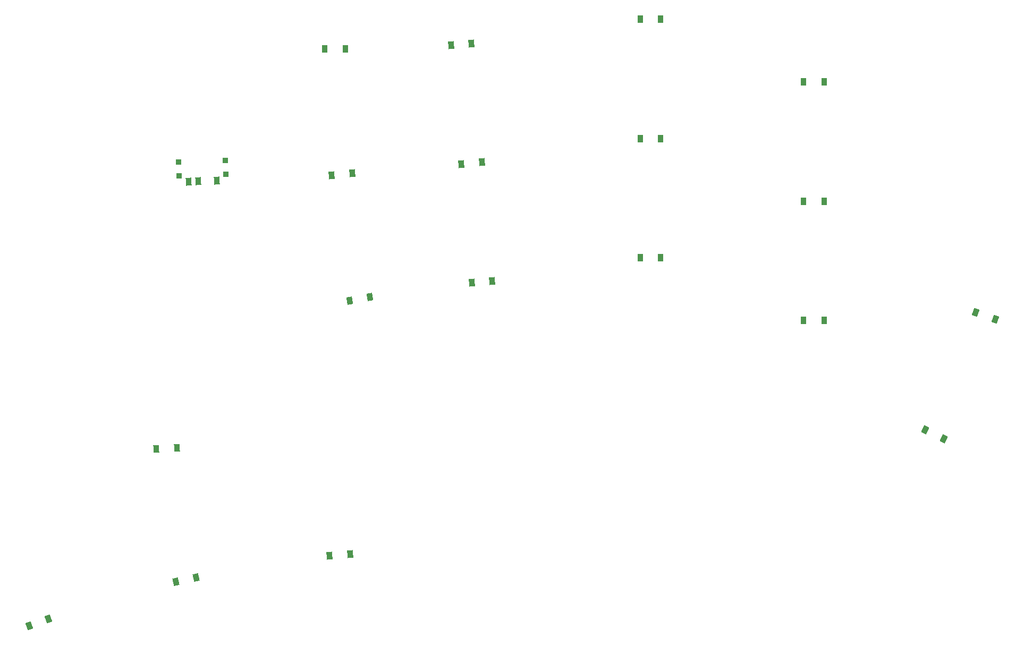
<source format=gbr>
%TF.GenerationSoftware,KiCad,Pcbnew,8.0.6*%
%TF.CreationDate,2025-01-06T03:58:56-07:00*%
%TF.ProjectId,right_circuit,72696768-745f-4636-9972-637569742e6b,v1.0.0*%
%TF.SameCoordinates,Original*%
%TF.FileFunction,Paste,Top*%
%TF.FilePolarity,Positive*%
%FSLAX46Y46*%
G04 Gerber Fmt 4.6, Leading zero omitted, Abs format (unit mm)*
G04 Created by KiCad (PCBNEW 8.0.6) date 2025-01-06 03:58:56*
%MOMM*%
%LPD*%
G01*
G04 APERTURE LIST*
G04 Aperture macros list*
%AMRotRect*
0 Rectangle, with rotation*
0 The origin of the aperture is its center*
0 $1 length*
0 $2 width*
0 $3 Rotation angle, in degrees counterclockwise*
0 Add horizontal line*
21,1,$1,$2,0,0,$3*%
G04 Aperture macros list end*
%ADD10RotRect,0.900000X0.900000X2.000000*%
%ADD11RotRect,0.900000X1.250000X2.000000*%
%ADD12RotRect,0.900000X1.200000X5.000000*%
%ADD13RotRect,0.900000X1.200000X20.000000*%
%ADD14RotRect,0.900000X1.200000X12.000000*%
%ADD15R,0.900000X1.200000*%
%ADD16RotRect,0.900000X1.200000X340.000000*%
%ADD17RotRect,0.900000X1.200000X10.000000*%
%ADD18RotRect,0.900000X1.200000X2.000000*%
%ADD19RotRect,0.900000X1.200000X335.000000*%
G04 APERTURE END LIST*
D10*
%TO.C,T1*%
X138670000Y-115390000D03*
X138746779Y-117588660D03*
X146065493Y-115131744D03*
X146142272Y-117330404D03*
D11*
X144727182Y-118355414D03*
X141729009Y-118460113D03*
X140229923Y-118512462D03*
%TD*%
D12*
%TO.C,D9*%
X183681865Y-115697184D03*
X186969307Y-115409570D03*
%TD*%
D13*
%TO.C,D1*%
X114817588Y-189323104D03*
X117918574Y-188194438D03*
%TD*%
D14*
%TO.C,D2*%
X138217703Y-182255644D03*
X141445591Y-181569536D03*
%TD*%
D15*
%TO.C,D14*%
X238164112Y-140646223D03*
X241464112Y-140646223D03*
%TD*%
%TO.C,D11*%
X212164112Y-130646223D03*
X215464112Y-130646223D03*
%TD*%
%TO.C,D13*%
X212164112Y-92646223D03*
X215464112Y-92646223D03*
%TD*%
D12*
%TO.C,D10*%
X182025906Y-96769485D03*
X185313348Y-96481871D03*
%TD*%
D15*
%TO.C,D7*%
X161911108Y-97354754D03*
X165211108Y-97354754D03*
%TD*%
D16*
%TO.C,D18*%
X265620608Y-139364461D03*
X268721594Y-140493127D03*
%TD*%
D12*
%TO.C,D6*%
X163012930Y-117494389D03*
X166300372Y-117206775D03*
%TD*%
D15*
%TO.C,D15*%
X238164112Y-121646223D03*
X241464112Y-121646223D03*
%TD*%
D12*
%TO.C,D4*%
X162704902Y-178128586D03*
X165992344Y-177840972D03*
%TD*%
D17*
%TO.C,D5*%
X165865843Y-137461357D03*
X169115709Y-136888319D03*
%TD*%
D18*
%TO.C,D3*%
X135080753Y-161098224D03*
X138378743Y-160983056D03*
%TD*%
D15*
%TO.C,D12*%
X212164112Y-111646223D03*
X215464112Y-111646223D03*
%TD*%
D12*
%TO.C,D8*%
X185337824Y-134624883D03*
X188625266Y-134337269D03*
%TD*%
D15*
%TO.C,D16*%
X238164112Y-102646223D03*
X241464112Y-102646223D03*
%TD*%
D19*
%TO.C,D17*%
X257595934Y-158099862D03*
X260586750Y-159494502D03*
%TD*%
M02*

</source>
